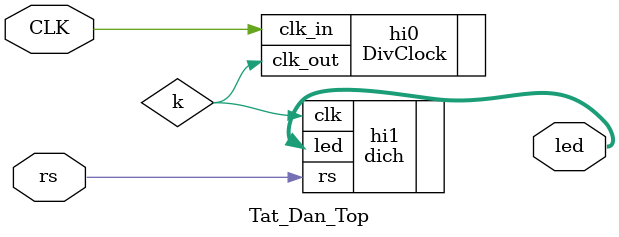
<source format=v>
`timescale 1ns / 1ps
module Tat_Dan_Top(
input CLK,rs,
output [7:0]led
    );
	 wire k;
DivClock hi0 (.clk_in(CLK),.clk_out(k));
dich     hi1 (.clk(k),.rs(rs),.led(led));
endmodule


</source>
